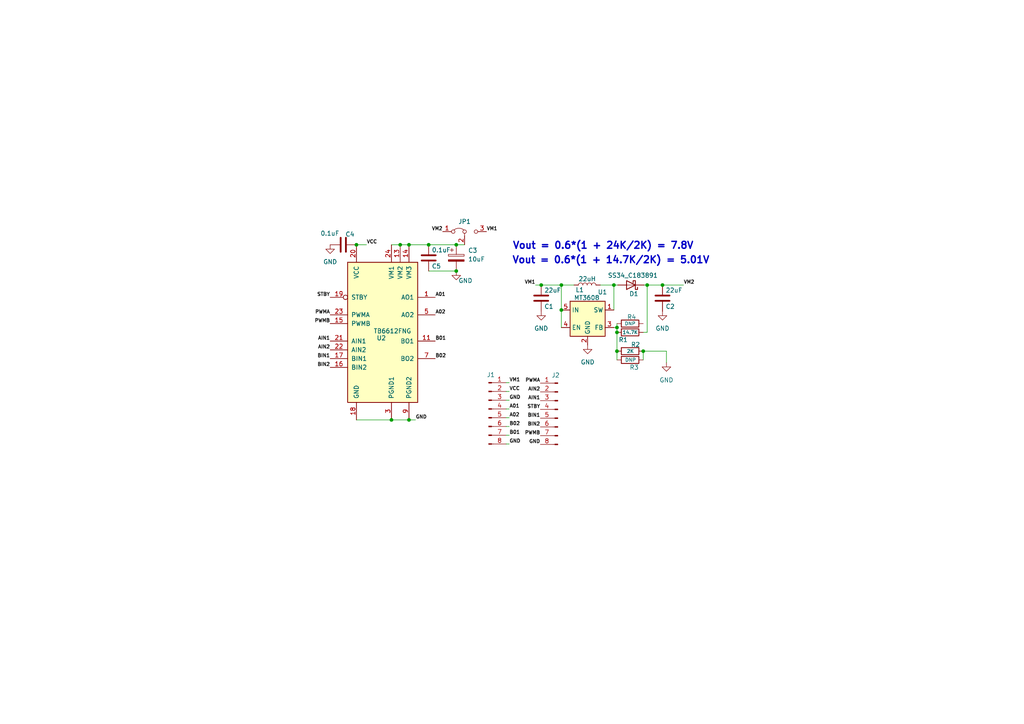
<source format=kicad_sch>
(kicad_sch (version 20230121) (generator eeschema)
  (paper "A4")
  (lib_symbols
    (symbol "Connector:Conn_01x08_Pin" (pin_names (offset 1.016) hide)
      (property "Reference" "J" (at 0 10.16 0))
      (property "Value" "Conn_01x08_Pin" (at 0 -12.7 0))
      (symbol "Conn_01x08_Pin_1_1"
        (polyline (pts (xy 1.27 -10.16) (xy 0.8636 -10.16)) (stroke (width 0.1524)))
        (polyline (pts (xy 1.27 -7.62) (xy 0.8636 -7.62)) (stroke (width 0.1524)))
        (polyline (pts (xy 1.27 -5.08) (xy 0.8636 -5.08)) (stroke (width 0.1524)))
        (polyline (pts (xy 1.27 -2.54) (xy 0.8636 -2.54)) (stroke (width 0.1524)))
        (polyline (pts (xy 1.27 0) (xy 0.8636 0)) (stroke (width 0.1524)))
        (polyline (pts (xy 1.27 2.54) (xy 0.8636 2.54)) (stroke (width 0.1524)))
        (polyline (pts (xy 1.27 5.08) (xy 0.8636 5.08)) (stroke (width 0.1524)))
        (polyline (pts (xy 1.27 7.62) (xy 0.8636 7.62)) (stroke (width 0.1524)))
        (rectangle (start 0.8636 -10.033) (end 0 -10.287) (stroke (width 0.1524)) (fill (type outline)))
        (rectangle (start 0.8636 -7.493) (end 0 -7.747) (stroke (width 0.1524)) (fill (type outline)))
        (rectangle (start 0.8636 -4.953) (end 0 -5.207) (stroke (width 0.1524)) (fill (type outline)))
        (rectangle (start 0.8636 -2.413) (end 0 -2.667) (stroke (width 0.1524)) (fill (type outline)))
        (rectangle (start 0.8636 0.127) (end 0 -0.127) (stroke (width 0.1524)) (fill (type outline)))
        (rectangle (start 0.8636 2.667) (end 0 2.413) (stroke (width 0.1524)) (fill (type outline)))
        (rectangle (start 0.8636 5.207) (end 0 4.953) (stroke (width 0.1524)) (fill (type outline)))
        (rectangle (start 0.8636 7.747) (end 0 7.493) (stroke (width 0.1524)) (fill (type outline)))
        (pin passive line (at 5.08 7.62 180) (length 3.81) (name "Pin_1") (number "1"))
        (pin passive line (at 5.08 5.08 180) (length 3.81) (name "Pin_2") (number "2"))
        (pin passive line (at 5.08 2.54 180) (length 3.81) (name "Pin_3") (number "3"))
        (pin passive line (at 5.08 0 180) (length 3.81) (name "Pin_4") (number "4"))
        (pin passive line (at 5.08 -2.54 180) (length 3.81) (name "Pin_5") (number "5"))
        (pin passive line (at 5.08 -5.08 180) (length 3.81) (name "Pin_6") (number "6"))
        (pin passive line (at 5.08 -7.62 180) (length 3.81) (name "Pin_7") (number "7"))
        (pin passive line (at 5.08 -10.16 180) (length 3.81) (name "Pin_8") (number "8"))
      )
    )
    (symbol "Device:C" (pin_numbers hide) (pin_names (offset 0.254))
      (property "Reference" "C" (at 0.635 2.54 0))
      (property "Value" "C" (at 0.635 -2.54 0))
      (symbol "C_0_1"
        (polyline (pts (xy -2.032 -0.762) (xy 2.032 -0.762)) (stroke (width 0.508)))
        (polyline (pts (xy -2.032 0.762) (xy 2.032 0.762)) (stroke (width 0.508)))
      )
      (symbol "C_1_1"
        (pin passive line (at 0 3.81 270) (length 2.794) (name "~") (number "1"))
        (pin passive line (at 0 -3.81 90) (length 2.794) (name "~") (number "2"))
      )
    )
    (symbol "Device:C_Polarized" (pin_numbers hide) (pin_names (offset 0.254))
      (property "Reference" "C" (at 0.635 2.54 0))
      (property "Value" "C_Polarized" (at 0.635 -2.54 0))
      (symbol "C_Polarized_0_1"
        (rectangle (start -2.286 0.508) (end 2.286 1.016))
        (polyline (pts (xy -1.778 2.286) (xy -0.762 2.286)))
        (polyline (pts (xy -1.27 2.794) (xy -1.27 1.778)))
        (rectangle (start 2.286 -0.508) (end -2.286 -1.016) (fill (type outline)))
      )
      (symbol "C_Polarized_1_1"
        (pin passive line (at 0 3.81 270) (length 2.794) (name "~") (number "1"))
        (pin passive line (at 0 -3.81 90) (length 2.794) (name "~") (number "2"))
      )
    )
    (symbol "Device:D_Schottky" (pin_numbers hide) (pin_names (offset 1.016) hide)
      (property "Reference" "D" (at 0 2.54 0))
      (property "Value" "D_Schottky" (at 0 -2.54 0))
      (symbol "D_Schottky_0_1"
        (polyline (pts (xy 1.27 0) (xy -1.27 0)))
        (polyline (pts (xy 1.27 1.27) (xy 1.27 -1.27) (xy -1.27 0) (xy 1.27 1.27)) (stroke (width 0.254)))
        (polyline (pts (xy -1.905 0.635) (xy -1.905 1.27) (xy -1.27 1.27) (xy -1.27 -1.27) (xy -0.635 -1.27) (xy -0.635 -0.635)) (stroke (width 0.254)))
      )
      (symbol "D_Schottky_1_1"
        (pin passive line (at -3.81 0 0) (length 2.54) (name "K") (number "1"))
        (pin passive line (at 3.81 0 180) (length 2.54) (name "A") (number "2"))
      )
    )
    (symbol "Device:L" (pin_numbers hide) (pin_names (offset 1.016) hide)
      (property "Reference" "L" (at -1.27 0 90))
      (property "Value" "L" (at 1.905 0 90))
      (symbol "L_0_1"
        (arc (start 0 -2.54) (mid 0.6323 -1.905) (end 0 -1.27))
        (arc (start 0 -1.27) (mid 0.6323 -0.635) (end 0 0))
        (arc (start 0 0) (mid 0.6323 0.635) (end 0 1.27))
        (arc (start 0 1.27) (mid 0.6323 1.905) (end 0 2.54))
      )
      (symbol "L_1_1"
        (pin passive line (at 0 3.81 270) (length 1.27) (name "1") (number "1"))
        (pin passive line (at 0 -3.81 90) (length 1.27) (name "2") (number "2"))
      )
    )
    (symbol "Device:R" (pin_numbers hide) (pin_names (offset 0))
      (property "Reference" "R" (at 2.032 0 90))
      (property "Value" "R" (at 0 0 90))
      (symbol "R_0_1"
        (rectangle (start -1.016 -2.54) (end 1.016 2.54) (stroke (width 0.254)))
      )
      (symbol "R_1_1"
        (pin passive line (at 0 3.81 270) (length 1.27) (name "~") (number "1"))
        (pin passive line (at 0 -3.81 90) (length 1.27) (name "~") (number "2"))
      )
    )
    (symbol "Driver_Motor:TB6612FNG" (pin_names (offset 1.016))
      (property "Reference" "U" (at 11.43 17.78 0))
      (property "Value" "TB6612FNG" (at 11.43 15.24 0))
      (symbol "TB6612FNG_0_1"
        (rectangle (start -10.16 20.32) (end 10.16 -20.32) (stroke (width 0.254)) (fill (type background)))
      )
      (symbol "TB6612FNG_1_1"
        (pin output line (at 15.24 10.16 180) (length 5.08) (name "AO1") (number "1"))
        (pin passive line (at 7.62 -25.4 90) (length 5.08) hide (name "PGND2") (number "10"))
        (pin output line (at 15.24 -2.54 180) (length 5.08) (name "BO1") (number "11"))
        (pin passive line (at 15.24 -2.54 180) (length 5.08) hide (name "BO1") (number "12"))
        (pin power_in line (at 5.08 25.4 270) (length 5.08) (name "VM2") (number "13"))
        (pin power_in line (at 7.62 25.4 270) (length 5.08) (name "VM3") (number "14"))
        (pin input line (at -15.24 2.54 0) (length 5.08) (name "PWMB") (number "15"))
        (pin input line (at -15.24 -10.16 0) (length 5.08) (name "BIN2") (number "16"))
        (pin input line (at -15.24 -7.62 0) (length 5.08) (name "BIN1") (number "17"))
        (pin power_in line (at -7.62 -25.4 90) (length 5.08) (name "GND") (number "18"))
        (pin input inverted (at -15.24 10.16 0) (length 5.08) (name "STBY") (number "19"))
        (pin passive line (at 15.24 10.16 180) (length 5.08) hide (name "AO1") (number "2"))
        (pin power_in line (at -7.62 25.4 270) (length 5.08) (name "VCC") (number "20"))
        (pin input line (at -15.24 -2.54 0) (length 5.08) (name "AIN1") (number "21"))
        (pin input line (at -15.24 -5.08 0) (length 5.08) (name "AIN2") (number "22"))
        (pin input line (at -15.24 5.08 0) (length 5.08) (name "PWMA") (number "23"))
        (pin power_in line (at 2.54 25.4 270) (length 5.08) (name "VM1") (number "24"))
        (pin power_in line (at 2.54 -25.4 90) (length 5.08) (name "PGND1") (number "3"))
        (pin passive line (at 2.54 -25.4 90) (length 5.08) hide (name "PGND1") (number "4"))
        (pin output line (at 15.24 5.08 180) (length 5.08) (name "AO2") (number "5"))
        (pin passive line (at 15.24 5.08 180) (length 5.08) hide (name "AO2") (number "6"))
        (pin output line (at 15.24 -7.62 180) (length 5.08) (name "BO2") (number "7"))
        (pin passive line (at 15.24 -7.62 180) (length 5.08) hide (name "BO2") (number "8"))
        (pin power_in line (at 7.62 -25.4 90) (length 5.08) (name "PGND2") (number "9"))
      )
    )
    (symbol "Jumper:Jumper_3_Bridged12" (pin_names (offset 0) hide)
      (property "Reference" "JP" (at -2.54 -2.54 0))
      (property "Value" "Jumper_3_Bridged12" (at 0 2.794 0))
      (symbol "Jumper_3_Bridged12_0_0"
        (circle (center -3.302 0) (radius 0.508))
        (circle (center 0 0) (radius 0.508))
        (circle (center 3.302 0) (radius 0.508))
      )
      (symbol "Jumper_3_Bridged12_0_1"
        (arc (start -0.254 0.508) (mid -1.651 0.9912) (end -3.048 0.508))
        (polyline (pts (xy 0 -1.27) (xy 0 -0.508)))
      )
      (symbol "Jumper_3_Bridged12_1_1"
        (pin passive line (at -6.35 0 0) (length 2.54) (name "A") (number "1"))
        (pin passive line (at 0 -3.81 90) (length 2.54) (name "C") (number "2"))
        (pin passive line (at 6.35 0 180) (length 2.54) (name "B") (number "3"))
      )
    )
    (symbol "Regulator_Switching:MT3608"
      (property "Reference" "U" (at -2.54 8.89 0))
      (property "Value" "MT3608" (at -3.81 6.35 0))
      (symbol "MT3608_0_1"
        (rectangle (start -5.08 5.08) (end 5.08 -5.08) (stroke (width 0.254)) (fill (type background)))
      )
      (symbol "MT3608_1_1"
        (pin passive line (at 7.62 2.54 180) (length 2.54) (name "SW") (number "1"))
        (pin power_in line (at 0 -7.62 90) (length 2.54) (name "GND") (number "2"))
        (pin input line (at 7.62 -2.54 180) (length 2.54) (name "FB") (number "3"))
        (pin input line (at -7.62 -2.54 0) (length 2.54) (name "EN") (number "4"))
        (pin power_in line (at -7.62 2.54 0) (length 2.54) (name "IN") (number "5"))
        (pin no_connect line (at 5.08 0 180) (length 2.54) hide (name "NC") (number "6"))
      )
    )
    (symbol "power:GND" (power) (pin_names (offset 0))
      (property "Value" "GND" (at 0 -3.81 0))
      (symbol "GND_0_1"
        (polyline (pts (xy 0 0) (xy 0 -1.27) (xy 1.27 -1.27) (xy 0 -2.54) (xy -1.27 -1.27) (xy 0 -1.27)))
      )
      (symbol "GND_1_1"
        (pin power_in line (at 0 0 270) (length 0) hide (name "GND") (number "1"))
      )
    )
  )
  (junction (at 162.814 82.677))
  (junction (at 178.943 94.996))
  (junction (at 178.054 82.677))
  (junction (at 178.943 96.393))
  (junction (at 178.943 101.854))
  (junction (at 192.151 82.677))
  (junction (at 103.378 70.993))
  (junction (at 186.563 101.854))
  (junction (at 132.334 70.993))
  (junction (at 118.618 70.993))
  (junction (at 118.618 121.793))
  (junction (at 132.334 78.613))
  (junction (at 116.078 70.993))
  (junction (at 156.972 82.677))
  (junction (at 187.706 82.677))
  (junction (at 113.538 121.793))
  (junction (at 162.814 89.916))
  (junction (at 124.333 70.993))
  (wire (pts (xy 178.054 82.677) (xy 178.054 89.916)))
  (wire (pts (xy 124.333 70.993) (xy 132.334 70.993)))
  (wire (pts (xy 156.972 82.677) (xy 155.321 82.677)))
  (wire (pts (xy 134.747 70.993) (xy 132.334 70.993)))
  (wire (pts (xy 103.378 121.793) (xy 113.538 121.793)))
  (wire (pts (xy 186.817 82.677) (xy 187.706 82.677)))
  (wire (pts (xy 193.294 101.854) (xy 186.563 101.854)))
  (wire (pts (xy 118.618 121.793) (xy 120.523 121.793)))
  (wire (pts (xy 178.054 94.996) (xy 178.943 94.996)))
  (wire (pts (xy 178.943 93.853) (xy 178.943 94.996)))
  (wire (pts (xy 162.814 89.916) (xy 162.814 94.996)))
  (wire (pts (xy 162.814 82.677) (xy 162.814 89.916)))
  (wire (pts (xy 186.563 101.854) (xy 186.563 104.394)))
  (wire (pts (xy 147.701 118.618) (xy 146.812 118.618)))
  (wire (pts (xy 166.497 82.677) (xy 162.814 82.677)))
  (wire (pts (xy 178.943 101.854) (xy 178.943 104.394)))
  (wire (pts (xy 147.701 121.158) (xy 146.812 121.158)))
  (wire (pts (xy 187.706 82.677) (xy 187.706 96.393)))
  (wire (pts (xy 178.943 96.393) (xy 178.943 94.996)))
  (wire (pts (xy 162.814 82.677) (xy 156.972 82.677)))
  (wire (pts (xy 178.943 96.393) (xy 178.943 101.854)))
  (wire (pts (xy 124.333 78.613) (xy 132.334 78.613)))
  (wire (pts (xy 198.247 82.677) (xy 192.151 82.677)))
  (wire (pts (xy 147.701 110.998) (xy 146.812 110.998)))
  (wire (pts (xy 147.701 113.538) (xy 146.812 113.538)))
  (wire (pts (xy 113.538 70.993) (xy 116.078 70.993)))
  (wire (pts (xy 147.701 116.078) (xy 146.812 116.078)))
  (wire (pts (xy 106.299 70.993) (xy 103.378 70.993)))
  (wire (pts (xy 193.294 105.156) (xy 193.294 101.854)))
  (wire (pts (xy 187.706 96.393) (xy 186.563 96.393)))
  (wire (pts (xy 178.054 82.677) (xy 179.197 82.677)))
  (wire (pts (xy 187.706 82.677) (xy 192.151 82.677)))
  (wire (pts (xy 147.701 123.698) (xy 146.812 123.698)))
  (wire (pts (xy 118.618 70.993) (xy 124.333 70.993)))
  (wire (pts (xy 147.701 128.778) (xy 146.812 128.778)))
  (wire (pts (xy 147.701 126.238) (xy 146.812 126.238)))
  (wire (pts (xy 178.054 82.677) (xy 174.117 82.677)))
  (wire (pts (xy 113.538 121.793) (xy 118.618 121.793)))
  (wire (pts (xy 116.078 70.993) (xy 118.618 70.993)))
  (text "Vout = 0.6*(1 + 14.7K/2K) = 5.01V" (at 148.463 76.708 0) (effects (font (size 2 2) (thickness 0.4) bold) (justify left bottom)))
  (text "Vout = 0.6*(1 + 24K/2K) = 7.8V" (at 148.59 72.517 0) (effects (font (size 2 2) (thickness 0.4) bold) (justify left bottom)))
  (label "B02" (at 147.701 123.698 0) (effects (font (size 1 1) (thickness 0.2) bold)))
  (label "PWMA" (at 95.758 91.313 180) (effects (font (size 1 1) (thickness 0.2) bold)))
  (label "VM2" (at 198.247 82.677 0) (effects (font (size 1 1) (thickness 0.2) bold)))
  (label "PWMB" (at 156.718 126.365 180) (effects (font (size 1 1) (thickness 0.2) bold)))
  (label "GND" (at 147.701 128.778 0) (effects (font (size 1 1) (thickness 0.2) bold)))
  (label "VM2" (at 128.397 67.183 180) (effects (font (size 1 1) (thickness 0.2) bold)))
  (label "GND" (at 156.718 128.905 180) (effects (font (size 1 1) (thickness 0.2) bold)))
  (label "B02" (at 126.238 104.013 0) (effects (font (size 1 1) (thickness 0.2) bold)))
  (label "B01" (at 147.701 126.238 0) (effects (font (size 1 1) (thickness 0.2) bold)))
  (label "VCC" (at 147.701 113.538 0) (effects (font (size 1 1) (thickness 0.2) bold)))
  (label "AIN1" (at 156.718 116.205 180) (effects (font (size 1 1) (thickness 0.2) bold)))
  (label "AIN1" (at 95.758 98.933 180) (effects (font (size 1 1) (thickness 0.2) bold)))
  (label "A02" (at 126.238 91.313 0) (effects (font (size 1 1) (thickness 0.2) bold)))
  (label "STBY" (at 95.758 86.233 180) (effects (font (size 1 1) (thickness 0.2) bold)))
  (label "GND" (at 147.701 116.078 0) (effects (font (size 1 1) (thickness 0.2) bold)))
  (label "VM1" (at 147.701 110.998 0) (effects (font (size 1 1) (thickness 0.2) bold)))
  (label "BIN1" (at 95.758 104.013 180) (effects (font (size 1 1) (thickness 0.2) bold)))
  (label "STBY" (at 156.718 118.745 180) (effects (font (size 1 1) (thickness 0.2) bold)))
  (label "AIN2" (at 95.758 101.473 180) (effects (font (size 1 1) (thickness 0.2) bold)))
  (label "BIN1" (at 156.718 121.285 180) (effects (font (size 1 1) (thickness 0.2) bold)))
  (label "A01" (at 126.238 86.233 0) (effects (font (size 1 1) (thickness 0.2) bold)))
  (label "AIN2" (at 156.718 113.665 180) (effects (font (size 1 1) (thickness 0.2) bold)))
  (label "VM1" (at 155.321 82.677 180) (effects (font (size 1 1) (thickness 0.2) bold)))
  (label "A01" (at 147.701 118.618 0) (effects (font (size 1 1) (thickness 0.2) bold)))
  (label "PWMA" (at 156.718 111.125 180) (effects (font (size 1 1) (thickness 0.2) bold)))
  (label "BIN2" (at 156.718 123.825 180) (effects (font (size 1 1) (thickness 0.2) bold)))
  (label "VM1" (at 141.097 67.183 0) (effects (font (size 1 1) (thickness 0.2) bold)))
  (label "A02" (at 147.701 121.158 0) (effects (font (size 1 1) (thickness 0.2) bold)))
  (label "GND" (at 120.523 121.793 0) (effects (font (size 1 1) (thickness 0.2) bold)))
  (label "VCC" (at 106.299 70.993 0) (effects (font (size 1 1) (thickness 0.2) bold)))
  (label "B01" (at 126.238 98.933 0) (effects (font (size 1 1) (thickness 0.2) bold)))
  (label "PWMB" (at 95.758 93.853 180) (effects (font (size 1 1) (thickness 0.2) bold)))
  (label "BIN2" (at 95.758 106.553 180) (effects (font (size 1 1) (thickness 0.2) bold)))
  (symbol (lib_id "Regulator_Switching:MT3608") (at 170.434 92.456 0) (unit 1)
    (property "Reference" "U1" (at 174.752 84.709 0))
    (property "Value" "MT3608" (at 170.18 86.36 0))
    (property "Footprint" "Package_TO_SOT_SMD:SOT-23-6" (effects hide))
    (property "Datasheet" "https://www.olimex.com/Products/Breadboarding/BB-PWR-3608/resources/MT3608.pdf" (effects hide))
  )
  (symbol (lib_id "Device:L") (at 170.307 82.677 90) (unit 1)
    (property "Reference" "L1" (at 168.148 84.074 90))
    (property "Value" "22uH" (at 170.307 80.899 90))
    (property "Footprint" "Inductor_SMD:L_7.3x7.3_H4.5" (effects hide))
  )
  (symbol (lib_id "power:GND") (at 192.151 90.297 0) (unit 1)
    (property "Reference" "#PWR01" (effects hide))
    (property "Value" "GND" (at 192.151 95.25 0))
  )
  (symbol (lib_id "Device:C_Polarized") (at 132.334 74.803 0) (unit 1)
    (property "Reference" "C3" (at 135.763 72.644 0) (effects (justify left)))
    (property "Value" "10uF" (at 135.763 75.184 0) (effects (justify left)))
  )
  (symbol (lib_id "power:GND") (at 193.294 105.156 0) (unit 1)
    (property "Reference" "#PWR04" (effects hide))
    (property "Value" "GND" (at 193.294 110.236 0))
  )
  (symbol (lib_id "power:GND") (at 95.758 70.993 0) (unit 1)
    (property "Reference" "#PWR05" (effects hide))
    (property "Value" "GND" (at 95.758 75.946 0))
  )
  (symbol (lib_id "Device:R") (at 182.753 104.394 90) (unit 1)
    (property "Reference" "R3" (at 185.293 106.553 90) (effects (justify left)))
    (property "Value" "DNP" (at 182.88 104.394 90) (effects (font (size 1 1))))
    (property "Footprint" "Resistor_SMD:R_0805_2012Metric_Pad1.20x1.40mm_HandSolder" (effects hide))
  )
  (symbol (lib_id "Device:C") (at 156.972 86.487 0) (unit 1)
    (property "Reference" "C1" (at 157.861 88.9 0) (effects (justify left)))
    (property "Value" "22uF" (at 157.861 84.201 0) (effects (justify left)))
  )
  (symbol (lib_id "Device:R") (at 182.753 96.393 90) (unit 1)
    (property "Reference" "R1" (at 182.118 98.552 90) (effects (justify left)))
    (property "Value" "14.7K" (at 185.039 96.393 90) (effects (font (size 1 1)) (justify left)))
    (property "Footprint" "Resistor_SMD:R_0805_2012Metric_Pad1.20x1.40mm_HandSolder" (effects hide))
  )
  (symbol (lib_id "power:GND") (at 132.334 78.613 0) (unit 1)
    (property "Reference" "#PWR06" (effects hide))
    (property "Value" "GND" (at 135.001 81.407 0))
  )
  (symbol (lib_id "Device:C") (at 192.151 86.487 0) (unit 1)
    (property "Reference" "C2" (at 193.04 88.9 0) (effects (justify left)))
    (property "Value" "22uF" (at 193.04 84.201 0) (effects (justify left)))
  )
  (symbol (lib_id "Device:C") (at 124.333 74.803 0) (unit 1)
    (property "Reference" "C5" (at 125.222 77.216 0) (effects (justify left)))
    (property "Value" "0.1uF" (at 125.222 72.517 0) (effects (justify left)))
  )
  (symbol (lib_id "Connector:Conn_01x08_Pin") (at 161.798 118.745 0) (mirror y) (unit 1)
    (property "Reference" "J2" (at 161.163 108.839 0))
    (property "Value" "Conn_01x08_Pin" (effects hide))
    (property "Footprint" "Connector_PinSocket_2.54mm:PinSocket_1x08_P2.54mm_Vertical" (effects hide))
  )
  (symbol (lib_id "Connector:Conn_01x08_Pin") (at 141.732 118.618 0) (unit 1)
    (property "Reference" "J1" (at 142.367 108.712 0))
    (property "Value" "Conn_01x08_Pin" (effects hide))
    (property "Footprint" "Connector_PinSocket_2.54mm:PinSocket_1x08_P2.54mm_Vertical" (effects hide))
  )
  (symbol (lib_id "Device:R") (at 182.753 101.854 90) (unit 1)
    (property "Reference" "R2" (at 185.674 99.949 90) (effects (justify left)))
    (property "Value" "2K" (at 183.896 101.854 90) (effects (font (size 1 1)) (justify left)))
    (property "Footprint" "Resistor_SMD:R_0805_2012Metric_Pad1.20x1.40mm_HandSolder" (effects hide))
  )
  (symbol (lib_id "Jumper:Jumper_3_Bridged12") (at 134.747 67.183 0) (unit 1)
    (property "Reference" "JP1" (at 134.747 64.262 0))
    (property "Value" "Jumper_3_Bridged12" (effects hide))
  )
  (symbol (lib_id "Device:D_Schottky") (at 183.007 82.677 180) (unit 1)
    (property "Reference" "D1" (at 182.499 85.217 0) (effects (justify right)))
    (property "Value" "SS34_C183891" (at 176.276 79.883 0) (effects (justify right)))
  )
  (symbol (lib_id "Driver_Motor:TB6612FNG") (at 110.998 96.393 0) (unit 1)
    (property "Reference" "U2" (at 109.22 98.044 0) (effects (justify left)))
    (property "Value" "TB6612FNG" (at 108.331 96.012 0) (effects (justify left)))
    (property "Footprint" "Package_SO:SSOP-24_5.3x8.2mm_P0.65mm" (effects hide))
    (property "Datasheet" "https://toshiba.semicon-storage.com/us/product/linear/motordriver/detail.TB6612FNG.html" (effects hide))
  )
  (symbol (lib_id "power:GND") (at 156.972 90.297 0) (unit 1)
    (property "Reference" "#PWR03" (effects hide))
    (property "Value" "GND" (at 156.972 95.25 0))
  )
  (symbol (lib_id "Device:R") (at 182.753 93.853 270) (unit 1)
    (property "Reference" "R4" (at 181.864 91.948 90) (effects (justify left)))
    (property "Value" "DNP" (at 182.753 93.853 90) (effects (font (size 1 1))))
    (property "Footprint" "Resistor_SMD:R_0805_2012Metric_Pad1.20x1.40mm_HandSolder" (effects hide))
  )
  (symbol (lib_id "Device:C") (at 99.568 70.993 90) (unit 1)
    (property "Reference" "C4" (at 102.87 67.945 90) (effects (justify left)))
    (property "Value" "0.1uF" (at 98.425 67.691 90) (effects (justify left)))
  )
  (symbol (lib_id "power:GND") (at 170.434 100.076 0) (unit 1)
    (property "Reference" "#PWR02" (effects hide))
    (property "Value" "GND" (at 170.434 105.029 0))
  )
)
</source>
